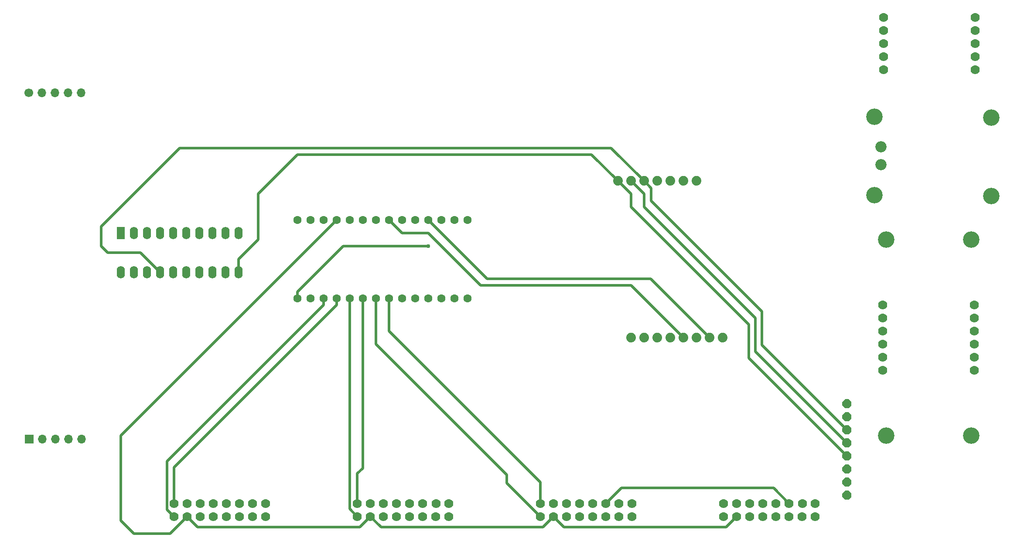
<source format=gbr>
%TF.GenerationSoftware,KiCad,Pcbnew,8.0.9-8.0.9-0~ubuntu24.04.1*%
%TF.CreationDate,2025-07-29T22:20:07-05:00*%
%TF.ProjectId,race_computer_proto,72616365-5f63-46f6-9d70-757465725f70,1.0*%
%TF.SameCoordinates,Original*%
%TF.FileFunction,Copper,L4,Bot*%
%TF.FilePolarity,Positive*%
%FSLAX46Y46*%
G04 Gerber Fmt 4.6, Leading zero omitted, Abs format (unit mm)*
G04 Created by KiCad (PCBNEW 8.0.9-8.0.9-0~ubuntu24.04.1) date 2025-07-29 22:20:07*
%MOMM*%
%LPD*%
G01*
G04 APERTURE LIST*
G04 Aperture macros list*
%AMOutline5P*
0 Free polygon, 5 corners , with rotation*
0 The origin of the aperture is its center*
0 number of corners: always 5*
0 $1 to $10 corner X, Y*
0 $11 Rotation angle, in degrees counterclockwise*
0 create outline with 5 corners*
4,1,5,$1,$2,$3,$4,$5,$6,$7,$8,$9,$10,$1,$2,$11*%
%AMOutline6P*
0 Free polygon, 6 corners , with rotation*
0 The origin of the aperture is its center*
0 number of corners: always 6*
0 $1 to $12 corner X, Y*
0 $13 Rotation angle, in degrees counterclockwise*
0 create outline with 6 corners*
4,1,6,$1,$2,$3,$4,$5,$6,$7,$8,$9,$10,$11,$12,$1,$2,$13*%
%AMOutline7P*
0 Free polygon, 7 corners , with rotation*
0 The origin of the aperture is its center*
0 number of corners: always 7*
0 $1 to $14 corner X, Y*
0 $15 Rotation angle, in degrees counterclockwise*
0 create outline with 7 corners*
4,1,7,$1,$2,$3,$4,$5,$6,$7,$8,$9,$10,$11,$12,$13,$14,$1,$2,$15*%
%AMOutline8P*
0 Free polygon, 8 corners , with rotation*
0 The origin of the aperture is its center*
0 number of corners: always 8*
0 $1 to $16 corner X, Y*
0 $17 Rotation angle, in degrees counterclockwise*
0 create outline with 8 corners*
4,1,8,$1,$2,$3,$4,$5,$6,$7,$8,$9,$10,$11,$12,$13,$14,$15,$16,$1,$2,$17*%
G04 Aperture macros list end*
%TA.AperFunction,ComponentPad*%
%ADD10Outline8P,-0.889000X0.368236X-0.368236X0.889000X0.368236X0.889000X0.889000X0.368236X0.889000X-0.368236X0.368236X-0.889000X-0.368236X-0.889000X-0.889000X-0.368236X0.000000*%
%TD*%
%TA.AperFunction,ComponentPad*%
%ADD11C,1.778000*%
%TD*%
%TA.AperFunction,ComponentPad*%
%ADD12C,3.200000*%
%TD*%
%TA.AperFunction,ComponentPad*%
%ADD13C,2.184400*%
%TD*%
%TA.AperFunction,ComponentPad*%
%ADD14C,1.879600*%
%TD*%
%TA.AperFunction,ComponentPad*%
%ADD15R,1.700000X1.700000*%
%TD*%
%TA.AperFunction,ComponentPad*%
%ADD16O,1.700000X1.700000*%
%TD*%
%TA.AperFunction,ComponentPad*%
%ADD17C,1.700000*%
%TD*%
%TA.AperFunction,ComponentPad*%
%ADD18O,1.600000X2.400000*%
%TD*%
%TA.AperFunction,ComponentPad*%
%ADD19R,1.600000X2.400000*%
%TD*%
%TA.AperFunction,ComponentPad*%
%ADD20C,1.600000*%
%TD*%
%TA.AperFunction,ViaPad*%
%ADD21C,0.762000*%
%TD*%
%TA.AperFunction,Conductor*%
%ADD22C,0.508000*%
%TD*%
G04 APERTURE END LIST*
D10*
%TO.P,U5,1,+5V*%
%TO.N,+5V*%
X219710000Y-138557000D03*
%TO.P,U5,2,+3V*%
%TO.N,unconnected-(U5-+3V-Pad2)*%
X219710000Y-136017000D03*
%TO.P,U5,3,GND*%
%TO.N,GND*%
X219710000Y-133477000D03*
%TO.P,U5,4,CLK*%
%TO.N,/GPS_SD_SCK*%
X219710000Y-130937000D03*
%TO.P,U5,5,DO*%
%TO.N,/MISO*%
X219710000Y-128397000D03*
%TO.P,U5,6,DI*%
%TO.N,/GPS_SD_MOSI*%
X219710000Y-125857000D03*
%TO.P,U5,7,CS*%
%TO.N,/SDCARD_CS*%
X219710000Y-123317000D03*
%TO.P,U5,8,CD*%
%TO.N,unconnected-(U5-CD-Pad8)*%
X219710000Y-120777000D03*
%TD*%
D11*
%TO.P,U6,1,VDD*%
%TO.N,unconnected-(U6-VDD-Pad1)*%
X244602000Y-55880000D03*
%TO.P,U6,2,GND*%
%TO.N,GND*%
X244602000Y-53340000D03*
%TO.P,U6,3,NEO_IN*%
%TO.N,unconnected-(U6-NEO_IN-Pad3)*%
X244602000Y-50800000D03*
%TO.P,U6,4,S+*%
%TO.N,unconnected-(U6-S+-Pad4)*%
X244602000Y-48260000D03*
%TO.P,U6,5,S-*%
%TO.N,unconnected-(U6-S--Pad5)*%
X244602000Y-45720000D03*
%TO.P,U6,6,C*%
%TO.N,GND*%
X226822000Y-45720000D03*
%TO.P,U6,7,A*%
%TO.N,Net-(U1-14_A0_TX3_SPDIF_OUT)*%
X226822000Y-48260000D03*
%TO.P,U6,8,NEO_OUT*%
%TO.N,Net-(U1-15_A1_RX3_SPDIF_IN)*%
X226822000Y-50800000D03*
%TO.P,U6,9,GND*%
%TO.N,unconnected-(U6-GND-Pad9)*%
X226822000Y-53340000D03*
%TO.P,U6,10,VDD*%
%TO.N,+5V*%
X226822000Y-55880000D03*
%TD*%
D12*
%TO.P,U4,*%
%TO.N,*%
X247777000Y-80413000D03*
X225044000Y-80286000D03*
X247777000Y-65173000D03*
X225044000Y-65046000D03*
D13*
%TO.P,U4,1,+5V*%
%TO.N,+5V*%
X226314000Y-70866000D03*
%TO.P,U4,2,GND*%
%TO.N,GND*%
X226314000Y-74366000D03*
%TD*%
D14*
%TO.P,U2,15,GND*%
%TO.N,GND*%
X190500000Y-77495400D03*
%TO.P,U2,14,5V*%
%TO.N,+5V*%
X187960000Y-77495400D03*
%TO.P,U2,13,3V3*%
%TO.N,unconnected-(U2-3V3-Pad13)*%
X185420000Y-77495400D03*
%TO.P,U2,12,CS*%
%TO.N,Net-(U1-17_A3_TX4_SDA1)*%
X182880000Y-77495400D03*
%TO.P,U2,11,RX/MOSI*%
%TO.N,/GPS_SD_MOSI*%
X180340000Y-77495400D03*
%TO.P,U2,10,TX/MISO*%
%TO.N,/MISO*%
X177800000Y-77495400D03*
%TO.P,U2,9,SCK*%
%TO.N,/GPS_SD_SCK*%
X175260000Y-77495400D03*
%TO.P,U2,8,SCL*%
%TO.N,unconnected-(U2-SCL-Pad8)*%
X177800000Y-107950000D03*
%TO.P,U2,7,SDA*%
%TO.N,unconnected-(U2-SDA-Pad7)*%
X180340000Y-107950000D03*
%TO.P,U2,6,3V3*%
%TO.N,unconnected-(U2-3V3-Pad6)*%
X182880000Y-107950000D03*
%TO.P,U2,5,GND*%
%TO.N,GND*%
X185420000Y-107950000D03*
%TO.P,U2,4,INT*%
%TO.N,/GPS_INT*%
X187960000Y-107950000D03*
%TO.P,U2,3,SAFE*%
%TO.N,unconnected-(U2-SAFE-Pad3)*%
X190500000Y-107950000D03*
%TO.P,U2,2,RST*%
%TO.N,/GPS_RST*%
X193040000Y-107950000D03*
%TO.P,U2,1,PPS*%
%TO.N,Net-(U1-0_RX1_CRX2_CS1)*%
X195580000Y-107950000D03*
%TD*%
D11*
%TO.P,OD3,16,CS*%
%TO.N,/DISP_BUS.CS2*%
X160200000Y-142728000D03*
%TO.P,OD3,15,RESET*%
%TO.N,/DISP_BUS.RESET2*%
X160200000Y-140188000D03*
%TO.P,OD3,14,D/C*%
%TO.N,/DISP_BUS.DC*%
X162740000Y-142728000D03*
%TO.P,OD3,13,R/W*%
%TO.N,GND*%
X162740000Y-140188000D03*
%TO.P,OD3,12,E/RD*%
X165280000Y-142728000D03*
%TO.P,OD3,11,D7*%
%TO.N,unconnected-(OD3-D7-Pad11)*%
X165280000Y-140188000D03*
%TO.P,OD3,10,D6*%
%TO.N,unconnected-(OD3-D6-Pad10)*%
X167820000Y-142728000D03*
%TO.P,OD3,9,D5*%
%TO.N,unconnected-(OD3-D5-Pad9)*%
X167820000Y-140188000D03*
%TO.P,OD3,8,D4*%
%TO.N,unconnected-(OD3-D4-Pad8)*%
X170360000Y-142728000D03*
%TO.P,OD3,7,D3*%
%TO.N,unconnected-(OD3-D3-Pad7)*%
X170360000Y-140188000D03*
%TO.P,OD3,6,D2/NC*%
%TO.N,unconnected-(OD3-D2{slash}NC-Pad6)*%
X172900000Y-142728000D03*
%TO.P,OD3,5,D1/SDIN*%
%TO.N,/DISP_BUS.MOSI1*%
X172900000Y-140188000D03*
%TO.P,OD3,4,D0/SCK*%
%TO.N,/DISP_BUS.SCK1*%
X175440000Y-142728000D03*
%TO.P,OD3,3,N/C*%
%TO.N,unconnected-(OD3-N{slash}C-Pad3)*%
X175450000Y-140188000D03*
%TO.P,OD3,2,VCC*%
%TO.N,+5V*%
X177980000Y-142728000D03*
%TO.P,OD3,1,GND*%
%TO.N,GND*%
X177980000Y-140188000D03*
%TD*%
%TO.P,OD1,16,CS*%
%TO.N,/DISP_BUS.CS0*%
X89080000Y-142728000D03*
%TO.P,OD1,15,RESET*%
%TO.N,/DISP_BUS.RESET0*%
X89080000Y-140188000D03*
%TO.P,OD1,14,D/C*%
%TO.N,/DISP_BUS.DC*%
X91620000Y-142728000D03*
%TO.P,OD1,13,R/W*%
%TO.N,GND*%
X91620000Y-140188000D03*
%TO.P,OD1,12,E/RD*%
X94160000Y-142728000D03*
%TO.P,OD1,11,D7*%
%TO.N,unconnected-(OD1-D7-Pad11)*%
X94160000Y-140188000D03*
%TO.P,OD1,10,D6*%
%TO.N,unconnected-(OD1-D6-Pad10)*%
X96700000Y-142728000D03*
%TO.P,OD1,9,D5*%
%TO.N,unconnected-(OD1-D5-Pad9)*%
X96700000Y-140188000D03*
%TO.P,OD1,8,D4*%
%TO.N,unconnected-(OD1-D4-Pad8)*%
X99240000Y-142728000D03*
%TO.P,OD1,7,D3*%
%TO.N,unconnected-(OD1-D3-Pad7)*%
X99240000Y-140188000D03*
%TO.P,OD1,6,D2/NC*%
%TO.N,unconnected-(OD1-D2{slash}NC-Pad6)*%
X101780000Y-142728000D03*
%TO.P,OD1,5,D1/SDIN*%
%TO.N,/DISP_BUS.MOSI0*%
X101780000Y-140188000D03*
%TO.P,OD1,4,D0/SCK*%
%TO.N,/DISP_BUS.SCK0*%
X104320000Y-142728000D03*
%TO.P,OD1,3,N/C*%
%TO.N,unconnected-(OD1-N{slash}C-Pad3)*%
X104330000Y-140188000D03*
%TO.P,OD1,2,VCC*%
%TO.N,+5V*%
X106860000Y-142728000D03*
%TO.P,OD1,1,GND*%
%TO.N,GND*%
X106860000Y-140188000D03*
%TD*%
%TO.P,OD4,16,CS*%
%TO.N,/DISP_BUS.CS3*%
X195820000Y-142728000D03*
%TO.P,OD4,15,RESET*%
%TO.N,/DISP_BUS.RESET3*%
X195820000Y-140188000D03*
%TO.P,OD4,14,D/C*%
%TO.N,/DISP_BUS.DC*%
X198360000Y-142728000D03*
%TO.P,OD4,13,R/W*%
%TO.N,GND*%
X198360000Y-140188000D03*
%TO.P,OD4,12,E/RD*%
X200900000Y-142728000D03*
%TO.P,OD4,11,D7*%
%TO.N,unconnected-(OD4-D7-Pad11)*%
X200900000Y-140188000D03*
%TO.P,OD4,10,D6*%
%TO.N,unconnected-(OD4-D6-Pad10)*%
X203440000Y-142728000D03*
%TO.P,OD4,9,D5*%
%TO.N,unconnected-(OD4-D5-Pad9)*%
X203440000Y-140188000D03*
%TO.P,OD4,8,D4*%
%TO.N,unconnected-(OD4-D4-Pad8)*%
X205980000Y-142728000D03*
%TO.P,OD4,7,D3*%
%TO.N,unconnected-(OD4-D3-Pad7)*%
X205980000Y-140188000D03*
%TO.P,OD4,6,D2/NC*%
%TO.N,unconnected-(OD4-D2{slash}NC-Pad6)*%
X208520000Y-142728000D03*
%TO.P,OD4,5,D1/SDIN*%
%TO.N,/DISP_BUS.MOSI1*%
X208520000Y-140188000D03*
%TO.P,OD4,4,D0/SCK*%
%TO.N,/DISP_BUS.SCK1*%
X211060000Y-142728000D03*
%TO.P,OD4,3,N/C*%
%TO.N,unconnected-(OD4-N{slash}C-Pad3)*%
X211070000Y-140188000D03*
%TO.P,OD4,2,VCC*%
%TO.N,+5V*%
X213600000Y-142728000D03*
%TO.P,OD4,1,GND*%
%TO.N,GND*%
X213600000Y-140188000D03*
%TD*%
D15*
%TO.P,LED1,1,VCC*%
%TO.N,+5V*%
X60960000Y-127635000D03*
D16*
%TO.P,LED1,2,GND*%
%TO.N,GND*%
X63500000Y-127635000D03*
%TO.P,LED1,3,DIN*%
%TO.N,/DISP_BUS.MOSI2*%
X66040000Y-127635000D03*
%TO.P,LED1,4,CS*%
%TO.N,/DISP_BUS.CS4*%
X68580000Y-127635000D03*
%TO.P,LED1,5,CLK*%
%TO.N,/DISP_BUS.SCK2*%
X71120000Y-127635000D03*
%TO.P,LED1,6,CLK*%
%TO.N,unconnected-(LED1-CLK-Pad6)*%
X71060000Y-60385000D03*
%TO.P,LED1,7,CS*%
%TO.N,unconnected-(LED1-CS-Pad7)*%
X68520000Y-60385000D03*
%TO.P,LED1,8,DOUT*%
%TO.N,unconnected-(LED1-DOUT-Pad8)*%
X65980000Y-60385000D03*
%TO.P,LED1,9,GND*%
%TO.N,unconnected-(LED1-GND-Pad9)*%
X63440000Y-60385000D03*
D17*
%TO.P,LED1,10,VCC*%
%TO.N,unconnected-(LED1-VCC-Pad10)*%
X60900000Y-60385000D03*
%TD*%
D11*
%TO.P,OD2,16,CS*%
%TO.N,/DISP_BUS.CS1*%
X124700000Y-142728000D03*
%TO.P,OD2,15,RESET*%
%TO.N,/DISP_BUS.RESET1*%
X124700000Y-140188000D03*
%TO.P,OD2,14,D/C*%
%TO.N,/DISP_BUS.DC*%
X127240000Y-142728000D03*
%TO.P,OD2,13,R/W*%
%TO.N,GND*%
X127240000Y-140188000D03*
%TO.P,OD2,12,E/RD*%
X129780000Y-142728000D03*
%TO.P,OD2,11,D7*%
%TO.N,unconnected-(OD2-D7-Pad11)*%
X129780000Y-140188000D03*
%TO.P,OD2,10,D6*%
%TO.N,unconnected-(OD2-D6-Pad10)*%
X132320000Y-142728000D03*
%TO.P,OD2,9,D5*%
%TO.N,unconnected-(OD2-D5-Pad9)*%
X132320000Y-140188000D03*
%TO.P,OD2,8,D4*%
%TO.N,unconnected-(OD2-D4-Pad8)*%
X134860000Y-142728000D03*
%TO.P,OD2,7,D3*%
%TO.N,unconnected-(OD2-D3-Pad7)*%
X134860000Y-140188000D03*
%TO.P,OD2,6,D2/NC*%
%TO.N,unconnected-(OD2-D2{slash}NC-Pad6)*%
X137400000Y-142728000D03*
%TO.P,OD2,5,D1/SDIN*%
%TO.N,/DISP_BUS.MOSI0*%
X137400000Y-140188000D03*
%TO.P,OD2,4,D0/SCK*%
%TO.N,/DISP_BUS.SCK0*%
X139940000Y-142728000D03*
%TO.P,OD2,3,N/C*%
%TO.N,unconnected-(OD2-N{slash}C-Pad3)*%
X139950000Y-140188000D03*
%TO.P,OD2,2,VCC*%
%TO.N,+5V*%
X142480000Y-142728000D03*
%TO.P,OD2,1,GND*%
%TO.N,GND*%
X142480000Y-140188000D03*
%TD*%
D18*
%TO.P,U3,20,VCC*%
%TO.N,/3V3*%
X78745000Y-95260000D03*
%TO.P,U3,19,~{OE}*%
%TO.N,GND*%
X81285000Y-95260000D03*
%TO.P,U3,18,B1*%
%TO.N,/DISP_BUS.MOSI2*%
X83825000Y-95260000D03*
%TO.P,U3,17,B2*%
%TO.N,/GPS_SD_MOSI*%
X86365000Y-95260000D03*
%TO.P,U3,16,B3*%
%TO.N,/DISP_BUS.SCK2*%
X88905000Y-95260000D03*
%TO.P,U3,15,B4*%
%TO.N,/DISP_BUS.SCK0*%
X91445000Y-95260000D03*
%TO.P,U3,14,B5*%
%TO.N,/DISP_BUS.MOSI0*%
X93985000Y-95260000D03*
%TO.P,U3,13,B6*%
%TO.N,/DISP_BUS.SCK1*%
X96525000Y-95260000D03*
%TO.P,U3,12,B7*%
%TO.N,/DISP_BUS.MOSI1*%
X99065000Y-95260000D03*
%TO.P,U3,11,B8*%
%TO.N,/GPS_SD_SCK*%
X101605000Y-95260000D03*
%TO.P,U3,10,GND*%
%TO.N,GND*%
X101605000Y-87640000D03*
%TO.P,U3,9,A8*%
%TO.N,/SCK*%
X99065000Y-87640000D03*
%TO.P,U3,8,A7*%
%TO.N,/MOSI*%
X96525000Y-87640000D03*
%TO.P,U3,7,A6*%
%TO.N,/SCK*%
X93985000Y-87640000D03*
%TO.P,U3,6,A5*%
%TO.N,/MOSI*%
X91445000Y-87640000D03*
%TO.P,U3,5,A4*%
%TO.N,/SCK*%
X88905000Y-87640000D03*
%TO.P,U3,4,A3*%
X86365000Y-87640000D03*
%TO.P,U3,3,A2*%
%TO.N,/MOSI*%
X83825000Y-87640000D03*
%TO.P,U3,2,A1*%
X81285000Y-87640000D03*
D19*
%TO.P,U3,1,DIR*%
%TO.N,/3V3*%
X78745000Y-87640000D03*
%TD*%
D20*
%TO.P,U1,33,VIN*%
%TO.N,+5V*%
X146050000Y-85090000D03*
%TO.P,U1,32,GND*%
%TO.N,GND*%
X143510000Y-85090000D03*
%TO.P,U1,31,3V3*%
%TO.N,/3V3*%
X140970000Y-85090000D03*
%TO.P,U1,30,23_A9_CRX1_MCLK1*%
%TO.N,/GPS_RST*%
X138430000Y-85090000D03*
%TO.P,U1,29,22_A8_CTX1*%
%TO.N,unconnected-(U1-22_A8_CTX1-Pad29)*%
X135890000Y-85090000D03*
%TO.P,U1,28,21_A7_RX5_BCLK1*%
%TO.N,unconnected-(U1-21_A7_RX5_BCLK1-Pad28)*%
X133350000Y-85090000D03*
%TO.P,U1,27,20_A6_TX5_LRCLK1*%
%TO.N,/GPS_INT*%
X130810000Y-85090000D03*
%TO.P,U1,26,19_A5_SCL0*%
%TO.N,/SCL*%
X128270000Y-85090000D03*
%TO.P,U1,25,18_A4_SDA0*%
%TO.N,/SDA*%
X125730000Y-85090000D03*
%TO.P,U1,24,17_A3_TX4_SDA1*%
%TO.N,Net-(U1-17_A3_TX4_SDA1)*%
X123190000Y-85090000D03*
%TO.P,U1,23,16_A2_RX4_SCL1*%
%TO.N,/DISP_BUS.DC*%
X120650000Y-85090000D03*
%TO.P,U1,22,15_A1_RX3_SPDIF_IN*%
%TO.N,Net-(U1-15_A1_RX3_SPDIF_IN)*%
X118110000Y-85090000D03*
%TO.P,U1,21,14_A0_TX3_SPDIF_OUT*%
%TO.N,Net-(U1-14_A0_TX3_SPDIF_OUT)*%
X115570000Y-85090000D03*
%TO.P,U1,20,13_SCK_CRX1_LED*%
%TO.N,/SCK*%
X113030000Y-85090000D03*
%TO.P,U1,14,12_MISO_MQSL*%
%TO.N,/MISO*%
X113030000Y-100330000D03*
%TO.P,U1,13,11_MOSI_CTX1*%
%TO.N,/MOSI*%
X115570000Y-100330000D03*
%TO.P,U1,12,10_CS_MQSR*%
%TO.N,/DISP_BUS.CS0*%
X118110000Y-100330000D03*
%TO.P,U1,11,9_OUT1C*%
%TO.N,/DISP_BUS.RESET0*%
X120650000Y-100330000D03*
%TO.P,U1,10,8_TX2_IN1*%
%TO.N,/DISP_BUS.CS1*%
X123190000Y-100330000D03*
%TO.P,U1,9,7_RX2_OUT1A*%
%TO.N,/DISP_BUS.RESET1*%
X125730000Y-100330000D03*
%TO.P,U1,8,6_OUT1D*%
%TO.N,/DISP_BUS.CS2*%
X128270000Y-100330000D03*
%TO.P,U1,7,5_IN2*%
%TO.N,/DISP_BUS.RESET2*%
X130810000Y-100330000D03*
%TO.P,U1,6,4_BCLK2*%
%TO.N,/DISP_BUS.CS3*%
X133350000Y-100330000D03*
%TO.P,U1,5,3_LRCLK2*%
%TO.N,/DISP_BUS.RESET3*%
X135890000Y-100330000D03*
%TO.P,U1,4,2_OUT2*%
%TO.N,/SDCARD_CS*%
X138430000Y-100330000D03*
%TO.P,U1,3,1_TX1_CTX2_MISO1*%
%TO.N,/NEOKEY_INT*%
X140970000Y-100330000D03*
%TO.P,U1,2,0_RX1_CRX2_CS1*%
%TO.N,Net-(U1-0_RX1_CRX2_CS1)*%
X143510000Y-100330000D03*
%TO.P,U1,1,GND*%
%TO.N,GND*%
X146050000Y-100330000D03*
%TD*%
D11*
%TO.P,U7,*%
%TO.N,*%
X244475000Y-114300000D03*
%TO.P,U7,6,INT*%
%TO.N,/NEOKEY_INT*%
X226695000Y-114300000D03*
%TO.P,U7,*%
%TO.N,*%
X244475000Y-111760000D03*
%TO.P,U7,5,DATA*%
%TO.N,/SDA*%
X226695000Y-111760000D03*
%TO.P,U7,*%
%TO.N,*%
X244475000Y-109220000D03*
%TO.P,U7,4,CLK*%
%TO.N,/SCL*%
X226695000Y-109220000D03*
%TO.P,U7,*%
%TO.N,*%
X244475000Y-106680000D03*
%TO.P,U7,3,GND*%
%TO.N,GND*%
X226695000Y-106680000D03*
%TO.P,U7,*%
%TO.N,*%
X244475000Y-104140000D03*
%TO.P,U7,2,3V*%
%TO.N,unconnected-(U7-3V-Pad2)*%
X226695000Y-104140000D03*
%TO.P,U7,*%
%TO.N,*%
X244475000Y-101600000D03*
%TO.P,U7,1,VIN*%
%TO.N,+5V*%
X226695000Y-101600000D03*
D12*
%TO.P,U7,*%
%TO.N,*%
X243840000Y-88900000D03*
X243840000Y-88900000D03*
X227330000Y-88900000D03*
X227330000Y-88900000D03*
X227330000Y-88900000D03*
X243840000Y-127000000D03*
X243840000Y-127000000D03*
X227330000Y-127000000D03*
X227330000Y-127000000D03*
%TD*%
D21*
%TO.N,/MISO*%
X138430000Y-90170000D03*
%TD*%
D22*
%TO.N,/MISO*%
X121920000Y-90170000D02*
X138430000Y-90170000D01*
X113030000Y-99060000D02*
X121920000Y-90170000D01*
X113030000Y-100330000D02*
X113030000Y-99060000D01*
%TO.N,/DISP_BUS.DC*%
X78740000Y-143510000D02*
X81280000Y-146050000D01*
X120650000Y-85090000D02*
X78740000Y-127000000D01*
X78740000Y-127000000D02*
X78740000Y-143510000D01*
X81280000Y-146050000D02*
X88298000Y-146050000D01*
X88298000Y-146050000D02*
X91620000Y-142728000D01*
%TO.N,/GPS_SD_MOSI*%
X76200000Y-91440000D02*
X82545000Y-91440000D01*
X82545000Y-91440000D02*
X86365000Y-95260000D01*
X180340000Y-77495400D02*
X173964600Y-71120000D01*
X90170000Y-71120000D02*
X74930000Y-86360000D01*
X173964600Y-71120000D02*
X90170000Y-71120000D01*
X74930000Y-86360000D02*
X74930000Y-90170000D01*
X74930000Y-90170000D02*
X76200000Y-91440000D01*
%TO.N,/GPS_SD_SCK*%
X105410000Y-80010000D02*
X113030000Y-72390000D01*
X101605000Y-92715000D02*
X105410000Y-88910000D01*
X101605000Y-95260000D02*
X101605000Y-92715000D01*
X105410000Y-88910000D02*
X105410000Y-80010000D01*
X170154600Y-72390000D02*
X175260000Y-77495400D01*
X113030000Y-72390000D02*
X170154600Y-72390000D01*
%TO.N,/GPS_RST*%
X138430000Y-85090000D02*
X149860000Y-96520000D01*
X149860000Y-96520000D02*
X181610000Y-96520000D01*
X181610000Y-96520000D02*
X193040000Y-107950000D01*
%TO.N,/GPS_INT*%
X138430000Y-87630000D02*
X148590000Y-97790000D01*
X130810000Y-85090000D02*
X133350000Y-87630000D01*
X133350000Y-87630000D02*
X138430000Y-87630000D01*
X148590000Y-97790000D02*
X177800000Y-97790000D01*
X177800000Y-97790000D02*
X187960000Y-107950000D01*
%TO.N,/DISP_BUS.RESET2*%
X160200000Y-140188000D02*
X160200000Y-136070000D01*
X160200000Y-136070000D02*
X130810000Y-106680000D01*
X130810000Y-106680000D02*
X130810000Y-100330000D01*
%TO.N,/DISP_BUS.CS2*%
X160200000Y-142728000D02*
X153670000Y-136198000D01*
X153670000Y-136198000D02*
X153670000Y-134620000D01*
%TO.N,/DISP_BUS.RESET1*%
X125730000Y-133350000D02*
X124700000Y-134380000D01*
X124700000Y-134380000D02*
X124700000Y-140188000D01*
%TO.N,/DISP_BUS.CS1*%
X123190000Y-100330000D02*
X123190000Y-141218000D01*
X123190000Y-141218000D02*
X124700000Y-142728000D01*
%TO.N,/DISP_BUS.RESET0*%
X120650000Y-100330000D02*
X120650000Y-101600000D01*
X120650000Y-101600000D02*
X89080000Y-133170000D01*
X89080000Y-133170000D02*
X89080000Y-140188000D01*
%TO.N,/DISP_BUS.CS0*%
X118110000Y-100330000D02*
X118110000Y-101600000D01*
X118110000Y-101600000D02*
X87737000Y-131973000D01*
X87737000Y-131973000D02*
X87737000Y-141385000D01*
X87737000Y-141385000D02*
X89080000Y-142728000D01*
%TO.N,/DISP_BUS.CS2*%
X128270000Y-109220000D02*
X153670000Y-134620000D01*
X128270000Y-100330000D02*
X128270000Y-109220000D01*
%TO.N,/DISP_BUS.RESET1*%
X125730000Y-133350000D02*
X125730000Y-100330000D01*
%TO.N,/GPS_SD_SCK*%
X175260000Y-77495400D02*
X177800000Y-80035400D01*
X177800000Y-80035400D02*
X177800000Y-82550000D01*
X200660000Y-111887000D02*
X219710000Y-130937000D01*
X177800000Y-82550000D02*
X200660000Y-105410000D01*
X200660000Y-105410000D02*
X200660000Y-111887000D01*
%TO.N,/MISO*%
X180340000Y-82550000D02*
X201930000Y-104140000D01*
X177800000Y-77495400D02*
X180340000Y-80035400D01*
X180340000Y-80035400D02*
X180340000Y-82550000D01*
X201930000Y-104140000D02*
X201930000Y-110617000D01*
X201930000Y-110617000D02*
X219710000Y-128397000D01*
%TO.N,/GPS_SD_MOSI*%
X181733800Y-81403800D02*
X203200000Y-102870000D01*
X180340000Y-77495400D02*
X181733800Y-78889200D01*
X181733800Y-78889200D02*
X181733800Y-81403800D01*
X203200000Y-102870000D02*
X203200000Y-109347000D01*
X203200000Y-109347000D02*
X219710000Y-125857000D01*
%TO.N,/DISP_BUS.MOSI1*%
X172900000Y-140188000D02*
X175928000Y-137160000D01*
X175928000Y-137160000D02*
X205492000Y-137160000D01*
X205492000Y-137160000D02*
X208520000Y-140188000D01*
%TO.N,/DISP_BUS.DC*%
X162740000Y-142728000D02*
X164792000Y-144780000D01*
X164792000Y-144780000D02*
X196308000Y-144780000D01*
X196308000Y-144780000D02*
X198360000Y-142728000D01*
X127240000Y-142728000D02*
X129292000Y-144780000D01*
X129292000Y-144780000D02*
X160688000Y-144780000D01*
X160688000Y-144780000D02*
X162740000Y-142728000D01*
X91620000Y-142728000D02*
X93672000Y-144780000D01*
X125188000Y-144780000D02*
X127240000Y-142728000D01*
X93672000Y-144780000D02*
X125188000Y-144780000D01*
%TD*%
M02*

</source>
